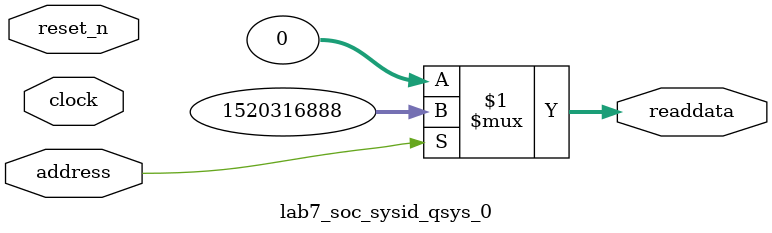
<source format=v>

`timescale 1ns / 1ps
// synthesis translate_on

// turn off superfluous verilog processor warnings 
// altera message_level Level1 
// altera message_off 10034 10035 10036 10037 10230 10240 10030 

module lab7_soc_sysid_qsys_0 (
               // inputs:
                address,
                clock,
                reset_n,

               // outputs:
                readdata
             )
;

  output  [ 31: 0] readdata;
  input            address;
  input            clock;
  input            reset_n;

  wire    [ 31: 0] readdata;
  //control_slave, which is an e_avalon_slave
  assign readdata = address ? 1520316888 : 0;

endmodule




</source>
